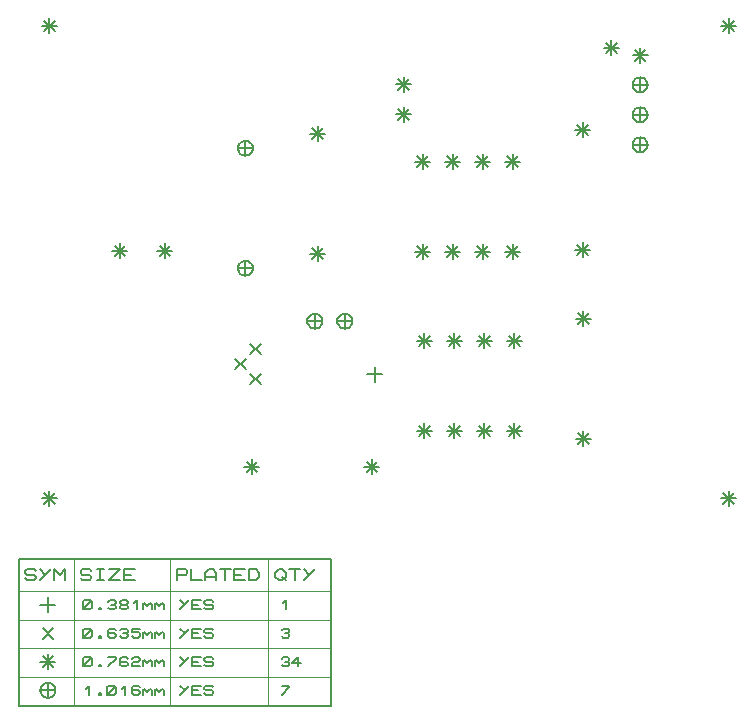
<source format=gbr>
G04 PROTEUS RS274X GERBER FILE*
%FSLAX45Y45*%
%MOMM*%
G01*
%ADD18C,0.203200*%
%ADD19C,0.127000*%
%ADD70C,0.063500*%
D18*
X-3746500Y-635000D02*
X-3746500Y-762000D01*
X-3810000Y-698500D02*
X-3683000Y-698500D01*
X-3341000Y+400500D02*
X-3341000Y+273500D01*
X-3404500Y+337000D02*
X-3277500Y+337000D01*
X-3385901Y+381901D02*
X-3296099Y+292099D01*
X-3385901Y+292099D02*
X-3296099Y+381901D01*
X-3087000Y+400500D02*
X-3087000Y+273500D01*
X-3150500Y+337000D02*
X-3023500Y+337000D01*
X-3131901Y+381901D02*
X-3042099Y+292099D01*
X-3131901Y+292099D02*
X-3042099Y+381901D01*
X-2833000Y+400500D02*
X-2833000Y+273500D01*
X-2896500Y+337000D02*
X-2769500Y+337000D01*
X-2877901Y+381901D02*
X-2788099Y+292099D01*
X-2877901Y+292099D02*
X-2788099Y+381901D01*
X-2579000Y+400500D02*
X-2579000Y+273500D01*
X-2642500Y+337000D02*
X-2515500Y+337000D01*
X-2623901Y+381901D02*
X-2534099Y+292099D01*
X-2623901Y+292099D02*
X-2534099Y+381901D01*
X-2579000Y+1162500D02*
X-2579000Y+1035500D01*
X-2642500Y+1099000D02*
X-2515500Y+1099000D01*
X-2623901Y+1143901D02*
X-2534099Y+1054099D01*
X-2623901Y+1054099D02*
X-2534099Y+1143901D01*
X-2833000Y+1162500D02*
X-2833000Y+1035500D01*
X-2896500Y+1099000D02*
X-2769500Y+1099000D01*
X-2877901Y+1143901D02*
X-2788099Y+1054099D01*
X-2877901Y+1054099D02*
X-2788099Y+1143901D01*
X-3087000Y+1162500D02*
X-3087000Y+1035500D01*
X-3150500Y+1099000D02*
X-3023500Y+1099000D01*
X-3131901Y+1143901D02*
X-3042099Y+1054099D01*
X-3131901Y+1054099D02*
X-3042099Y+1143901D01*
X-3341000Y+1162500D02*
X-3341000Y+1035500D01*
X-3404500Y+1099000D02*
X-3277500Y+1099000D01*
X-3385901Y+1143901D02*
X-3296099Y+1054099D01*
X-3385901Y+1054099D02*
X-3296099Y+1143901D01*
X-3325000Y-1115500D02*
X-3325000Y-1242500D01*
X-3388500Y-1179000D02*
X-3261500Y-1179000D01*
X-3369901Y-1134099D02*
X-3280099Y-1223901D01*
X-3369901Y-1223901D02*
X-3280099Y-1134099D01*
X-3071000Y-1115500D02*
X-3071000Y-1242500D01*
X-3134500Y-1179000D02*
X-3007500Y-1179000D01*
X-3115901Y-1134099D02*
X-3026099Y-1223901D01*
X-3115901Y-1223901D02*
X-3026099Y-1134099D01*
X-2817000Y-1115500D02*
X-2817000Y-1242500D01*
X-2880500Y-1179000D02*
X-2753500Y-1179000D01*
X-2861901Y-1134099D02*
X-2772099Y-1223901D01*
X-2861901Y-1223901D02*
X-2772099Y-1134099D01*
X-2563000Y-1115500D02*
X-2563000Y-1242500D01*
X-2626500Y-1179000D02*
X-2499500Y-1179000D01*
X-2607901Y-1134099D02*
X-2518099Y-1223901D01*
X-2607901Y-1223901D02*
X-2518099Y-1134099D01*
X-2563000Y-353500D02*
X-2563000Y-480500D01*
X-2626500Y-417000D02*
X-2499500Y-417000D01*
X-2607901Y-372099D02*
X-2518099Y-461901D01*
X-2607901Y-461901D02*
X-2518099Y-372099D01*
X-2817000Y-353500D02*
X-2817000Y-480500D01*
X-2880500Y-417000D02*
X-2753500Y-417000D01*
X-2861901Y-372099D02*
X-2772099Y-461901D01*
X-2861901Y-461901D02*
X-2772099Y-372099D01*
X-3071000Y-353500D02*
X-3071000Y-480500D01*
X-3134500Y-417000D02*
X-3007500Y-417000D01*
X-3115901Y-372099D02*
X-3026099Y-461901D01*
X-3115901Y-461901D02*
X-3026099Y-372099D01*
X-3325000Y-353500D02*
X-3325000Y-480500D01*
X-3388500Y-417000D02*
X-3261500Y-417000D01*
X-3369901Y-372099D02*
X-3280099Y-461901D01*
X-3369901Y-461901D02*
X-3280099Y-372099D01*
X-3500000Y+1563500D02*
X-3500000Y+1436500D01*
X-3563500Y+1500000D02*
X-3436500Y+1500000D01*
X-3544901Y+1544901D02*
X-3455099Y+1455099D01*
X-3544901Y+1455099D02*
X-3455099Y+1544901D01*
X-3500000Y+1817500D02*
X-3500000Y+1690500D01*
X-3563500Y+1754000D02*
X-3436500Y+1754000D01*
X-3544901Y+1798901D02*
X-3455099Y+1709099D01*
X-3544901Y+1709099D02*
X-3455099Y+1798901D01*
X-4230000Y+1401500D02*
X-4230000Y+1274500D01*
X-4293500Y+1338000D02*
X-4166500Y+1338000D01*
X-4274901Y+1382901D02*
X-4185099Y+1293099D01*
X-4274901Y+1293099D02*
X-4185099Y+1382901D01*
X-4230000Y+385500D02*
X-4230000Y+258500D01*
X-4293500Y+322000D02*
X-4166500Y+322000D01*
X-4274901Y+366901D02*
X-4185099Y+277099D01*
X-4274901Y+277099D02*
X-4185099Y+366901D01*
X-1981000Y-166500D02*
X-1981000Y-293500D01*
X-2044500Y-230000D02*
X-1917500Y-230000D01*
X-2025901Y-185099D02*
X-1936099Y-274901D01*
X-2025901Y-274901D02*
X-1936099Y-185099D01*
X-1981000Y-1182500D02*
X-1981000Y-1309500D01*
X-2044500Y-1246000D02*
X-1917500Y-1246000D01*
X-2025901Y-1201099D02*
X-1936099Y-1290901D01*
X-2025901Y-1290901D02*
X-1936099Y-1201099D01*
X-5523000Y+408500D02*
X-5523000Y+281500D01*
X-5586500Y+345000D02*
X-5459500Y+345000D01*
X-5567901Y+389901D02*
X-5478099Y+300099D01*
X-5567901Y+300099D02*
X-5478099Y+389901D01*
X-5904000Y+408500D02*
X-5904000Y+281500D01*
X-5967500Y+345000D02*
X-5840500Y+345000D01*
X-5948901Y+389901D02*
X-5859099Y+300099D01*
X-5948901Y+300099D02*
X-5859099Y+389901D01*
X-4777500Y+1215000D02*
X-4777717Y+1220247D01*
X-4779482Y+1230742D01*
X-4783174Y+1241237D01*
X-4789202Y+1251732D01*
X-4798424Y+1262112D01*
X-4808919Y+1269800D01*
X-4819414Y+1274718D01*
X-4829909Y+1277524D01*
X-4840404Y+1278497D01*
X-4841000Y+1278500D01*
X-4904500Y+1215000D02*
X-4904283Y+1220247D01*
X-4902518Y+1230742D01*
X-4898826Y+1241237D01*
X-4892798Y+1251732D01*
X-4883576Y+1262112D01*
X-4873081Y+1269800D01*
X-4862586Y+1274718D01*
X-4852091Y+1277524D01*
X-4841596Y+1278497D01*
X-4841000Y+1278500D01*
X-4904500Y+1215000D02*
X-4904283Y+1209753D01*
X-4902518Y+1199258D01*
X-4898826Y+1188763D01*
X-4892798Y+1178268D01*
X-4883576Y+1167888D01*
X-4873081Y+1160200D01*
X-4862586Y+1155282D01*
X-4852091Y+1152476D01*
X-4841596Y+1151503D01*
X-4841000Y+1151500D01*
X-4777500Y+1215000D02*
X-4777717Y+1209753D01*
X-4779482Y+1199258D01*
X-4783174Y+1188763D01*
X-4789202Y+1178268D01*
X-4798424Y+1167888D01*
X-4808919Y+1160200D01*
X-4819414Y+1155282D01*
X-4829909Y+1152476D01*
X-4840404Y+1151503D01*
X-4841000Y+1151500D01*
X-4841000Y+1278500D02*
X-4841000Y+1151500D01*
X-4904500Y+1215000D02*
X-4777500Y+1215000D01*
X-4777500Y+199000D02*
X-4777717Y+204247D01*
X-4779482Y+214742D01*
X-4783174Y+225237D01*
X-4789202Y+235732D01*
X-4798424Y+246112D01*
X-4808919Y+253800D01*
X-4819414Y+258718D01*
X-4829909Y+261524D01*
X-4840404Y+262497D01*
X-4841000Y+262500D01*
X-4904500Y+199000D02*
X-4904283Y+204247D01*
X-4902518Y+214742D01*
X-4898826Y+225237D01*
X-4892798Y+235732D01*
X-4883576Y+246112D01*
X-4873081Y+253800D01*
X-4862586Y+258718D01*
X-4852091Y+261524D01*
X-4841596Y+262497D01*
X-4841000Y+262500D01*
X-4904500Y+199000D02*
X-4904283Y+193753D01*
X-4902518Y+183258D01*
X-4898826Y+172763D01*
X-4892798Y+162268D01*
X-4883576Y+151888D01*
X-4873081Y+144200D01*
X-4862586Y+139282D01*
X-4852091Y+136476D01*
X-4841596Y+135503D01*
X-4841000Y+135500D01*
X-4777500Y+199000D02*
X-4777717Y+193753D01*
X-4779482Y+183258D01*
X-4783174Y+172763D01*
X-4789202Y+162268D01*
X-4798424Y+151888D01*
X-4808919Y+144200D01*
X-4819414Y+139282D01*
X-4829909Y+136476D01*
X-4840404Y+135503D01*
X-4841000Y+135500D01*
X-4841000Y+262500D02*
X-4841000Y+135500D01*
X-4904500Y+199000D02*
X-4777500Y+199000D01*
X-3770000Y-1421500D02*
X-3770000Y-1548500D01*
X-3833500Y-1485000D02*
X-3706500Y-1485000D01*
X-3814901Y-1440099D02*
X-3725099Y-1529901D01*
X-3814901Y-1529901D02*
X-3725099Y-1440099D01*
X-4786000Y-1421500D02*
X-4786000Y-1548500D01*
X-4849500Y-1485000D02*
X-4722500Y-1485000D01*
X-4830901Y-1440099D02*
X-4741099Y-1529901D01*
X-4830901Y-1529901D02*
X-4741099Y-1440099D01*
X-4802901Y-440099D02*
X-4713099Y-529901D01*
X-4802901Y-529901D02*
X-4713099Y-440099D01*
X-4929901Y-567099D02*
X-4840099Y-656901D01*
X-4929901Y-656901D02*
X-4840099Y-567099D01*
X-4802901Y-694099D02*
X-4713099Y-783901D01*
X-4802901Y-783901D02*
X-4713099Y-694099D01*
X-1985000Y+416500D02*
X-1985000Y+289500D01*
X-2048500Y+353000D02*
X-1921500Y+353000D01*
X-2029901Y+397901D02*
X-1940099Y+308099D01*
X-2029901Y+308099D02*
X-1940099Y+397901D01*
X-1985000Y+1432500D02*
X-1985000Y+1305500D01*
X-2048500Y+1369000D02*
X-1921500Y+1369000D01*
X-2029901Y+1413901D02*
X-1940099Y+1324099D01*
X-2029901Y+1324099D02*
X-1940099Y+1413901D01*
X-1436500Y+1750000D02*
X-1436717Y+1755247D01*
X-1438482Y+1765742D01*
X-1442174Y+1776237D01*
X-1448202Y+1786732D01*
X-1457424Y+1797112D01*
X-1467919Y+1804800D01*
X-1478414Y+1809718D01*
X-1488909Y+1812524D01*
X-1499404Y+1813497D01*
X-1500000Y+1813500D01*
X-1563500Y+1750000D02*
X-1563283Y+1755247D01*
X-1561518Y+1765742D01*
X-1557826Y+1776237D01*
X-1551798Y+1786732D01*
X-1542576Y+1797112D01*
X-1532081Y+1804800D01*
X-1521586Y+1809718D01*
X-1511091Y+1812524D01*
X-1500596Y+1813497D01*
X-1500000Y+1813500D01*
X-1563500Y+1750000D02*
X-1563283Y+1744753D01*
X-1561518Y+1734258D01*
X-1557826Y+1723763D01*
X-1551798Y+1713268D01*
X-1542576Y+1702888D01*
X-1532081Y+1695200D01*
X-1521586Y+1690282D01*
X-1511091Y+1687476D01*
X-1500596Y+1686503D01*
X-1500000Y+1686500D01*
X-1436500Y+1750000D02*
X-1436717Y+1744753D01*
X-1438482Y+1734258D01*
X-1442174Y+1723763D01*
X-1448202Y+1713268D01*
X-1457424Y+1702888D01*
X-1467919Y+1695200D01*
X-1478414Y+1690282D01*
X-1488909Y+1687476D01*
X-1499404Y+1686503D01*
X-1500000Y+1686500D01*
X-1500000Y+1813500D02*
X-1500000Y+1686500D01*
X-1563500Y+1750000D02*
X-1436500Y+1750000D01*
X-1436500Y+1496000D02*
X-1436717Y+1501247D01*
X-1438482Y+1511742D01*
X-1442174Y+1522237D01*
X-1448202Y+1532732D01*
X-1457424Y+1543112D01*
X-1467919Y+1550800D01*
X-1478414Y+1555718D01*
X-1488909Y+1558524D01*
X-1499404Y+1559497D01*
X-1500000Y+1559500D01*
X-1563500Y+1496000D02*
X-1563283Y+1501247D01*
X-1561518Y+1511742D01*
X-1557826Y+1522237D01*
X-1551798Y+1532732D01*
X-1542576Y+1543112D01*
X-1532081Y+1550800D01*
X-1521586Y+1555718D01*
X-1511091Y+1558524D01*
X-1500596Y+1559497D01*
X-1500000Y+1559500D01*
X-1563500Y+1496000D02*
X-1563283Y+1490753D01*
X-1561518Y+1480258D01*
X-1557826Y+1469763D01*
X-1551798Y+1459268D01*
X-1542576Y+1448888D01*
X-1532081Y+1441200D01*
X-1521586Y+1436282D01*
X-1511091Y+1433476D01*
X-1500596Y+1432503D01*
X-1500000Y+1432500D01*
X-1436500Y+1496000D02*
X-1436717Y+1490753D01*
X-1438482Y+1480258D01*
X-1442174Y+1469763D01*
X-1448202Y+1459268D01*
X-1457424Y+1448888D01*
X-1467919Y+1441200D01*
X-1478414Y+1436282D01*
X-1488909Y+1433476D01*
X-1499404Y+1432503D01*
X-1500000Y+1432500D01*
X-1500000Y+1559500D02*
X-1500000Y+1432500D01*
X-1563500Y+1496000D02*
X-1436500Y+1496000D01*
X-1436500Y+1242000D02*
X-1436717Y+1247247D01*
X-1438482Y+1257742D01*
X-1442174Y+1268237D01*
X-1448202Y+1278732D01*
X-1457424Y+1289112D01*
X-1467919Y+1296800D01*
X-1478414Y+1301718D01*
X-1488909Y+1304524D01*
X-1499404Y+1305497D01*
X-1500000Y+1305500D01*
X-1563500Y+1242000D02*
X-1563283Y+1247247D01*
X-1561518Y+1257742D01*
X-1557826Y+1268237D01*
X-1551798Y+1278732D01*
X-1542576Y+1289112D01*
X-1532081Y+1296800D01*
X-1521586Y+1301718D01*
X-1511091Y+1304524D01*
X-1500596Y+1305497D01*
X-1500000Y+1305500D01*
X-1563500Y+1242000D02*
X-1563283Y+1236753D01*
X-1561518Y+1226258D01*
X-1557826Y+1215763D01*
X-1551798Y+1205268D01*
X-1542576Y+1194888D01*
X-1532081Y+1187200D01*
X-1521586Y+1182282D01*
X-1511091Y+1179476D01*
X-1500596Y+1178503D01*
X-1500000Y+1178500D01*
X-1436500Y+1242000D02*
X-1436717Y+1236753D01*
X-1438482Y+1226258D01*
X-1442174Y+1215763D01*
X-1448202Y+1205268D01*
X-1457424Y+1194888D01*
X-1467919Y+1187200D01*
X-1478414Y+1182282D01*
X-1488909Y+1179476D01*
X-1499404Y+1178503D01*
X-1500000Y+1178500D01*
X-1500000Y+1305500D02*
X-1500000Y+1178500D01*
X-1563500Y+1242000D02*
X-1436500Y+1242000D01*
X-750000Y+2313500D02*
X-750000Y+2186500D01*
X-813500Y+2250000D02*
X-686500Y+2250000D01*
X-794901Y+2294901D02*
X-705099Y+2205099D01*
X-794901Y+2205099D02*
X-705099Y+2294901D01*
X-750000Y-1686500D02*
X-750000Y-1813500D01*
X-813500Y-1750000D02*
X-686500Y-1750000D01*
X-794901Y-1705099D02*
X-705099Y-1794901D01*
X-794901Y-1794901D02*
X-705099Y-1705099D01*
X-6500000Y-1686500D02*
X-6500000Y-1813500D01*
X-6563500Y-1750000D02*
X-6436500Y-1750000D01*
X-6544901Y-1705099D02*
X-6455099Y-1794901D01*
X-6544901Y-1794901D02*
X-6455099Y-1705099D01*
X-6500000Y+2313500D02*
X-6500000Y+2186500D01*
X-6563500Y+2250000D02*
X-6436500Y+2250000D01*
X-6544901Y+2294901D02*
X-6455099Y+2205099D01*
X-6544901Y+2205099D02*
X-6455099Y+2294901D01*
X-1500000Y+2063500D02*
X-1500000Y+1936500D01*
X-1563500Y+2000000D02*
X-1436500Y+2000000D01*
X-1544901Y+2044901D02*
X-1455099Y+1955099D01*
X-1544901Y+1955099D02*
X-1455099Y+2044901D01*
X-1743185Y+2127080D02*
X-1743185Y+2000080D01*
X-1806685Y+2063580D02*
X-1679685Y+2063580D01*
X-1788086Y+2108481D02*
X-1698284Y+2018679D01*
X-1788086Y+2018679D02*
X-1698284Y+2108481D01*
X-3936500Y-250000D02*
X-3936717Y-244753D01*
X-3938482Y-234258D01*
X-3942174Y-223763D01*
X-3948202Y-213268D01*
X-3957424Y-202888D01*
X-3967919Y-195200D01*
X-3978414Y-190282D01*
X-3988909Y-187476D01*
X-3999404Y-186503D01*
X-4000000Y-186500D01*
X-4063500Y-250000D02*
X-4063283Y-244753D01*
X-4061518Y-234258D01*
X-4057826Y-223763D01*
X-4051798Y-213268D01*
X-4042576Y-202888D01*
X-4032081Y-195200D01*
X-4021586Y-190282D01*
X-4011091Y-187476D01*
X-4000596Y-186503D01*
X-4000000Y-186500D01*
X-4063500Y-250000D02*
X-4063283Y-255247D01*
X-4061518Y-265742D01*
X-4057826Y-276237D01*
X-4051798Y-286732D01*
X-4042576Y-297112D01*
X-4032081Y-304800D01*
X-4021586Y-309718D01*
X-4011091Y-312524D01*
X-4000596Y-313497D01*
X-4000000Y-313500D01*
X-3936500Y-250000D02*
X-3936717Y-255247D01*
X-3938482Y-265742D01*
X-3942174Y-276237D01*
X-3948202Y-286732D01*
X-3957424Y-297112D01*
X-3967919Y-304800D01*
X-3978414Y-309718D01*
X-3988909Y-312524D01*
X-3999404Y-313497D01*
X-4000000Y-313500D01*
X-4000000Y-186500D02*
X-4000000Y-313500D01*
X-4063500Y-250000D02*
X-3936500Y-250000D01*
X-4190500Y-250000D02*
X-4190717Y-244753D01*
X-4192482Y-234258D01*
X-4196174Y-223763D01*
X-4202202Y-213268D01*
X-4211424Y-202888D01*
X-4221919Y-195200D01*
X-4232414Y-190282D01*
X-4242909Y-187476D01*
X-4253404Y-186503D01*
X-4254000Y-186500D01*
X-4317500Y-250000D02*
X-4317283Y-244753D01*
X-4315518Y-234258D01*
X-4311826Y-223763D01*
X-4305798Y-213268D01*
X-4296576Y-202888D01*
X-4286081Y-195200D01*
X-4275586Y-190282D01*
X-4265091Y-187476D01*
X-4254596Y-186503D01*
X-4254000Y-186500D01*
X-4317500Y-250000D02*
X-4317283Y-255247D01*
X-4315518Y-265742D01*
X-4311826Y-276237D01*
X-4305798Y-286732D01*
X-4296576Y-297112D01*
X-4286081Y-304800D01*
X-4275586Y-309718D01*
X-4265091Y-312524D01*
X-4254596Y-313497D01*
X-4254000Y-313500D01*
X-4190500Y-250000D02*
X-4190717Y-255247D01*
X-4192482Y-265742D01*
X-4196174Y-276237D01*
X-4202202Y-286732D01*
X-4211424Y-297112D01*
X-4221919Y-304800D01*
X-4232414Y-309718D01*
X-4242909Y-312524D01*
X-4253404Y-313497D01*
X-4254000Y-313500D01*
X-4254000Y-186500D02*
X-4254000Y-313500D01*
X-4317500Y-250000D02*
X-4190500Y-250000D01*
D19*
X-6760160Y-3508760D02*
X-4116020Y-3508760D01*
X-4116020Y-2264160D01*
X-6760160Y-2264160D01*
X-6760160Y-3508760D01*
D70*
X-6292798Y-2264160D02*
X-6292798Y-3508760D01*
X-5479998Y-2264160D02*
X-5479998Y-3508760D01*
X-4646878Y-2264160D02*
X-4646878Y-3508760D01*
X-6760160Y-2537210D02*
X-4116020Y-2537210D01*
X-6760160Y-2778510D02*
X-4116020Y-2778510D01*
X-6760160Y-3019810D02*
X-4116020Y-3019810D01*
X-6760160Y-3261110D02*
X-4116020Y-3261110D01*
D19*
X-6703010Y-2427990D02*
X-6687770Y-2443230D01*
X-6626810Y-2443230D01*
X-6611570Y-2427990D01*
X-6611570Y-2412750D01*
X-6626810Y-2397510D01*
X-6687770Y-2397510D01*
X-6703010Y-2382270D01*
X-6703010Y-2367030D01*
X-6687770Y-2351790D01*
X-6626810Y-2351790D01*
X-6611570Y-2367030D01*
X-6489650Y-2351790D02*
X-6581090Y-2443230D01*
X-6581090Y-2351790D02*
X-6535370Y-2397510D01*
X-6459170Y-2443230D02*
X-6459170Y-2351790D01*
X-6413450Y-2397510D01*
X-6367730Y-2351790D01*
X-6367730Y-2443230D01*
X-6235650Y-2427990D02*
X-6220410Y-2443230D01*
X-6159450Y-2443230D01*
X-6144210Y-2427990D01*
X-6144210Y-2412750D01*
X-6159450Y-2397510D01*
X-6220410Y-2397510D01*
X-6235650Y-2382270D01*
X-6235650Y-2367030D01*
X-6220410Y-2351790D01*
X-6159450Y-2351790D01*
X-6144210Y-2367030D01*
X-6098490Y-2351790D02*
X-6037530Y-2351790D01*
X-6068010Y-2351790D02*
X-6068010Y-2443230D01*
X-6098490Y-2443230D02*
X-6037530Y-2443230D01*
X-5991810Y-2351790D02*
X-5900370Y-2351790D01*
X-5991810Y-2443230D01*
X-5900370Y-2443230D01*
X-5778450Y-2443230D02*
X-5869890Y-2443230D01*
X-5869890Y-2351790D01*
X-5778450Y-2351790D01*
X-5869890Y-2397510D02*
X-5808930Y-2397510D01*
X-5422850Y-2443230D02*
X-5422850Y-2351790D01*
X-5346650Y-2351790D01*
X-5331410Y-2367030D01*
X-5331410Y-2382270D01*
X-5346650Y-2397510D01*
X-5422850Y-2397510D01*
X-5300930Y-2351790D02*
X-5300930Y-2443230D01*
X-5209490Y-2443230D01*
X-5179010Y-2443230D02*
X-5179010Y-2382270D01*
X-5148530Y-2351790D01*
X-5118050Y-2351790D01*
X-5087570Y-2382270D01*
X-5087570Y-2443230D01*
X-5179010Y-2412750D02*
X-5087570Y-2412750D01*
X-5057090Y-2351790D02*
X-4965650Y-2351790D01*
X-5011370Y-2351790D02*
X-5011370Y-2443230D01*
X-4843730Y-2443230D02*
X-4935170Y-2443230D01*
X-4935170Y-2351790D01*
X-4843730Y-2351790D01*
X-4935170Y-2397510D02*
X-4874210Y-2397510D01*
X-4813250Y-2443230D02*
X-4813250Y-2351790D01*
X-4752290Y-2351790D01*
X-4721810Y-2382270D01*
X-4721810Y-2412750D01*
X-4752290Y-2443230D01*
X-4813250Y-2443230D01*
X-4589730Y-2382270D02*
X-4559250Y-2351790D01*
X-4528770Y-2351790D01*
X-4498290Y-2382270D01*
X-4498290Y-2412750D01*
X-4528770Y-2443230D01*
X-4559250Y-2443230D01*
X-4589730Y-2412750D01*
X-4589730Y-2382270D01*
X-4528770Y-2412750D02*
X-4498290Y-2443230D01*
X-4467810Y-2351790D02*
X-4376370Y-2351790D01*
X-4422090Y-2351790D02*
X-4422090Y-2443230D01*
X-4254450Y-2351790D02*
X-4345890Y-2443230D01*
X-4345890Y-2351790D02*
X-4300170Y-2397510D01*
D18*
X-6513780Y-2588010D02*
X-6513780Y-2715010D01*
X-6577280Y-2651510D02*
X-6450280Y-2651510D01*
D19*
X-6216600Y-2676910D02*
X-6216600Y-2626110D01*
X-6203900Y-2613410D01*
X-6153100Y-2613410D01*
X-6140400Y-2626110D01*
X-6140400Y-2676910D01*
X-6153100Y-2689610D01*
X-6203900Y-2689610D01*
X-6216600Y-2676910D01*
X-6216600Y-2689610D02*
X-6140400Y-2613410D01*
X-6076900Y-2676910D02*
X-6064200Y-2676910D01*
X-6064200Y-2689610D01*
X-6076900Y-2689610D01*
X-6076900Y-2676910D01*
X-6000700Y-2626110D02*
X-5988000Y-2613410D01*
X-5949900Y-2613410D01*
X-5937200Y-2626110D01*
X-5937200Y-2638810D01*
X-5949900Y-2651510D01*
X-5937200Y-2664210D01*
X-5937200Y-2676910D01*
X-5949900Y-2689610D01*
X-5988000Y-2689610D01*
X-6000700Y-2676910D01*
X-5975300Y-2651510D02*
X-5949900Y-2651510D01*
X-5886400Y-2651510D02*
X-5899100Y-2638810D01*
X-5899100Y-2626110D01*
X-5886400Y-2613410D01*
X-5848300Y-2613410D01*
X-5835600Y-2626110D01*
X-5835600Y-2638810D01*
X-5848300Y-2651510D01*
X-5886400Y-2651510D01*
X-5899100Y-2664210D01*
X-5899100Y-2676910D01*
X-5886400Y-2689610D01*
X-5848300Y-2689610D01*
X-5835600Y-2676910D01*
X-5835600Y-2664210D01*
X-5848300Y-2651510D01*
X-5784800Y-2638810D02*
X-5759400Y-2613410D01*
X-5759400Y-2689610D01*
X-5708600Y-2689610D02*
X-5708600Y-2638810D01*
X-5708600Y-2651510D02*
X-5695900Y-2638810D01*
X-5670500Y-2664210D01*
X-5645100Y-2638810D01*
X-5632400Y-2651510D01*
X-5632400Y-2689610D01*
X-5607000Y-2689610D02*
X-5607000Y-2638810D01*
X-5607000Y-2651510D02*
X-5594300Y-2638810D01*
X-5568900Y-2664210D01*
X-5543500Y-2638810D01*
X-5530800Y-2651510D01*
X-5530800Y-2689610D01*
X-5314900Y-2613410D02*
X-5391100Y-2689610D01*
X-5391100Y-2613410D02*
X-5353000Y-2651510D01*
X-5213300Y-2689610D02*
X-5289500Y-2689610D01*
X-5289500Y-2613410D01*
X-5213300Y-2613410D01*
X-5289500Y-2651510D02*
X-5238700Y-2651510D01*
X-5187900Y-2676910D02*
X-5175200Y-2689610D01*
X-5124400Y-2689610D01*
X-5111700Y-2676910D01*
X-5111700Y-2664210D01*
X-5124400Y-2651510D01*
X-5175200Y-2651510D01*
X-5187900Y-2638810D01*
X-5187900Y-2626110D01*
X-5175200Y-2613410D01*
X-5124400Y-2613410D01*
X-5111700Y-2626110D01*
X-4519880Y-2638810D02*
X-4494480Y-2613410D01*
X-4494480Y-2689610D01*
D18*
X-6558681Y-2847909D02*
X-6468879Y-2937711D01*
X-6558681Y-2937711D02*
X-6468879Y-2847909D01*
D19*
X-6216600Y-2918210D02*
X-6216600Y-2867410D01*
X-6203900Y-2854710D01*
X-6153100Y-2854710D01*
X-6140400Y-2867410D01*
X-6140400Y-2918210D01*
X-6153100Y-2930910D01*
X-6203900Y-2930910D01*
X-6216600Y-2918210D01*
X-6216600Y-2930910D02*
X-6140400Y-2854710D01*
X-6076900Y-2918210D02*
X-6064200Y-2918210D01*
X-6064200Y-2930910D01*
X-6076900Y-2930910D01*
X-6076900Y-2918210D01*
X-5937200Y-2867410D02*
X-5949900Y-2854710D01*
X-5988000Y-2854710D01*
X-6000700Y-2867410D01*
X-6000700Y-2918210D01*
X-5988000Y-2930910D01*
X-5949900Y-2930910D01*
X-5937200Y-2918210D01*
X-5937200Y-2905510D01*
X-5949900Y-2892810D01*
X-6000700Y-2892810D01*
X-5899100Y-2867410D02*
X-5886400Y-2854710D01*
X-5848300Y-2854710D01*
X-5835600Y-2867410D01*
X-5835600Y-2880110D01*
X-5848300Y-2892810D01*
X-5835600Y-2905510D01*
X-5835600Y-2918210D01*
X-5848300Y-2930910D01*
X-5886400Y-2930910D01*
X-5899100Y-2918210D01*
X-5873700Y-2892810D02*
X-5848300Y-2892810D01*
X-5734000Y-2854710D02*
X-5797500Y-2854710D01*
X-5797500Y-2880110D01*
X-5746700Y-2880110D01*
X-5734000Y-2892810D01*
X-5734000Y-2918210D01*
X-5746700Y-2930910D01*
X-5784800Y-2930910D01*
X-5797500Y-2918210D01*
X-5708600Y-2930910D02*
X-5708600Y-2880110D01*
X-5708600Y-2892810D02*
X-5695900Y-2880110D01*
X-5670500Y-2905510D01*
X-5645100Y-2880110D01*
X-5632400Y-2892810D01*
X-5632400Y-2930910D01*
X-5607000Y-2930910D02*
X-5607000Y-2880110D01*
X-5607000Y-2892810D02*
X-5594300Y-2880110D01*
X-5568900Y-2905510D01*
X-5543500Y-2880110D01*
X-5530800Y-2892810D01*
X-5530800Y-2930910D01*
X-5314900Y-2854710D02*
X-5391100Y-2930910D01*
X-5391100Y-2854710D02*
X-5353000Y-2892810D01*
X-5213300Y-2930910D02*
X-5289500Y-2930910D01*
X-5289500Y-2854710D01*
X-5213300Y-2854710D01*
X-5289500Y-2892810D02*
X-5238700Y-2892810D01*
X-5187900Y-2918210D02*
X-5175200Y-2930910D01*
X-5124400Y-2930910D01*
X-5111700Y-2918210D01*
X-5111700Y-2905510D01*
X-5124400Y-2892810D01*
X-5175200Y-2892810D01*
X-5187900Y-2880110D01*
X-5187900Y-2867410D01*
X-5175200Y-2854710D01*
X-5124400Y-2854710D01*
X-5111700Y-2867410D01*
X-4532580Y-2867410D02*
X-4519880Y-2854710D01*
X-4481780Y-2854710D01*
X-4469080Y-2867410D01*
X-4469080Y-2880110D01*
X-4481780Y-2892810D01*
X-4469080Y-2905510D01*
X-4469080Y-2918210D01*
X-4481780Y-2930910D01*
X-4519880Y-2930910D01*
X-4532580Y-2918210D01*
X-4507180Y-2892810D02*
X-4481780Y-2892810D01*
D18*
X-6513780Y-3070610D02*
X-6513780Y-3197610D01*
X-6577280Y-3134110D02*
X-6450280Y-3134110D01*
X-6558681Y-3089209D02*
X-6468879Y-3179011D01*
X-6558681Y-3179011D02*
X-6468879Y-3089209D01*
D19*
X-6216600Y-3159510D02*
X-6216600Y-3108710D01*
X-6203900Y-3096010D01*
X-6153100Y-3096010D01*
X-6140400Y-3108710D01*
X-6140400Y-3159510D01*
X-6153100Y-3172210D01*
X-6203900Y-3172210D01*
X-6216600Y-3159510D01*
X-6216600Y-3172210D02*
X-6140400Y-3096010D01*
X-6076900Y-3159510D02*
X-6064200Y-3159510D01*
X-6064200Y-3172210D01*
X-6076900Y-3172210D01*
X-6076900Y-3159510D01*
X-6000700Y-3096010D02*
X-5937200Y-3096010D01*
X-5937200Y-3108710D01*
X-6000700Y-3172210D01*
X-5835600Y-3108710D02*
X-5848300Y-3096010D01*
X-5886400Y-3096010D01*
X-5899100Y-3108710D01*
X-5899100Y-3159510D01*
X-5886400Y-3172210D01*
X-5848300Y-3172210D01*
X-5835600Y-3159510D01*
X-5835600Y-3146810D01*
X-5848300Y-3134110D01*
X-5899100Y-3134110D01*
X-5797500Y-3108710D02*
X-5784800Y-3096010D01*
X-5746700Y-3096010D01*
X-5734000Y-3108710D01*
X-5734000Y-3121410D01*
X-5746700Y-3134110D01*
X-5784800Y-3134110D01*
X-5797500Y-3146810D01*
X-5797500Y-3172210D01*
X-5734000Y-3172210D01*
X-5708600Y-3172210D02*
X-5708600Y-3121410D01*
X-5708600Y-3134110D02*
X-5695900Y-3121410D01*
X-5670500Y-3146810D01*
X-5645100Y-3121410D01*
X-5632400Y-3134110D01*
X-5632400Y-3172210D01*
X-5607000Y-3172210D02*
X-5607000Y-3121410D01*
X-5607000Y-3134110D02*
X-5594300Y-3121410D01*
X-5568900Y-3146810D01*
X-5543500Y-3121410D01*
X-5530800Y-3134110D01*
X-5530800Y-3172210D01*
X-5314900Y-3096010D02*
X-5391100Y-3172210D01*
X-5391100Y-3096010D02*
X-5353000Y-3134110D01*
X-5213300Y-3172210D02*
X-5289500Y-3172210D01*
X-5289500Y-3096010D01*
X-5213300Y-3096010D01*
X-5289500Y-3134110D02*
X-5238700Y-3134110D01*
X-5187900Y-3159510D02*
X-5175200Y-3172210D01*
X-5124400Y-3172210D01*
X-5111700Y-3159510D01*
X-5111700Y-3146810D01*
X-5124400Y-3134110D01*
X-5175200Y-3134110D01*
X-5187900Y-3121410D01*
X-5187900Y-3108710D01*
X-5175200Y-3096010D01*
X-5124400Y-3096010D01*
X-5111700Y-3108710D01*
X-4532580Y-3108710D02*
X-4519880Y-3096010D01*
X-4481780Y-3096010D01*
X-4469080Y-3108710D01*
X-4469080Y-3121410D01*
X-4481780Y-3134110D01*
X-4469080Y-3146810D01*
X-4469080Y-3159510D01*
X-4481780Y-3172210D01*
X-4519880Y-3172210D01*
X-4532580Y-3159510D01*
X-4507180Y-3134110D02*
X-4481780Y-3134110D01*
X-4367480Y-3146810D02*
X-4443680Y-3146810D01*
X-4392880Y-3096010D01*
X-4392880Y-3172210D01*
D18*
X-6450280Y-3375410D02*
X-6450497Y-3370163D01*
X-6452262Y-3359668D01*
X-6455954Y-3349173D01*
X-6461982Y-3338678D01*
X-6471204Y-3328298D01*
X-6481699Y-3320610D01*
X-6492194Y-3315692D01*
X-6502689Y-3312886D01*
X-6513184Y-3311913D01*
X-6513780Y-3311910D01*
X-6577280Y-3375410D02*
X-6577063Y-3370163D01*
X-6575298Y-3359668D01*
X-6571606Y-3349173D01*
X-6565578Y-3338678D01*
X-6556356Y-3328298D01*
X-6545861Y-3320610D01*
X-6535366Y-3315692D01*
X-6524871Y-3312886D01*
X-6514376Y-3311913D01*
X-6513780Y-3311910D01*
X-6577280Y-3375410D02*
X-6577063Y-3380657D01*
X-6575298Y-3391152D01*
X-6571606Y-3401647D01*
X-6565578Y-3412142D01*
X-6556356Y-3422522D01*
X-6545861Y-3430210D01*
X-6535366Y-3435128D01*
X-6524871Y-3437934D01*
X-6514376Y-3438907D01*
X-6513780Y-3438910D01*
X-6450280Y-3375410D02*
X-6450497Y-3380657D01*
X-6452262Y-3391152D01*
X-6455954Y-3401647D01*
X-6461982Y-3412142D01*
X-6471204Y-3422522D01*
X-6481699Y-3430210D01*
X-6492194Y-3435128D01*
X-6502689Y-3437934D01*
X-6513184Y-3438907D01*
X-6513780Y-3438910D01*
X-6513780Y-3311910D02*
X-6513780Y-3438910D01*
X-6577280Y-3375410D02*
X-6450280Y-3375410D01*
D19*
X-6191200Y-3362710D02*
X-6165800Y-3337310D01*
X-6165800Y-3413510D01*
X-6076900Y-3400810D02*
X-6064200Y-3400810D01*
X-6064200Y-3413510D01*
X-6076900Y-3413510D01*
X-6076900Y-3400810D01*
X-6013400Y-3400810D02*
X-6013400Y-3350010D01*
X-6000700Y-3337310D01*
X-5949900Y-3337310D01*
X-5937200Y-3350010D01*
X-5937200Y-3400810D01*
X-5949900Y-3413510D01*
X-6000700Y-3413510D01*
X-6013400Y-3400810D01*
X-6013400Y-3413510D02*
X-5937200Y-3337310D01*
X-5886400Y-3362710D02*
X-5861000Y-3337310D01*
X-5861000Y-3413510D01*
X-5734000Y-3350010D02*
X-5746700Y-3337310D01*
X-5784800Y-3337310D01*
X-5797500Y-3350010D01*
X-5797500Y-3400810D01*
X-5784800Y-3413510D01*
X-5746700Y-3413510D01*
X-5734000Y-3400810D01*
X-5734000Y-3388110D01*
X-5746700Y-3375410D01*
X-5797500Y-3375410D01*
X-5708600Y-3413510D02*
X-5708600Y-3362710D01*
X-5708600Y-3375410D02*
X-5695900Y-3362710D01*
X-5670500Y-3388110D01*
X-5645100Y-3362710D01*
X-5632400Y-3375410D01*
X-5632400Y-3413510D01*
X-5607000Y-3413510D02*
X-5607000Y-3362710D01*
X-5607000Y-3375410D02*
X-5594300Y-3362710D01*
X-5568900Y-3388110D01*
X-5543500Y-3362710D01*
X-5530800Y-3375410D01*
X-5530800Y-3413510D01*
X-5314900Y-3337310D02*
X-5391100Y-3413510D01*
X-5391100Y-3337310D02*
X-5353000Y-3375410D01*
X-5213300Y-3413510D02*
X-5289500Y-3413510D01*
X-5289500Y-3337310D01*
X-5213300Y-3337310D01*
X-5289500Y-3375410D02*
X-5238700Y-3375410D01*
X-5187900Y-3400810D02*
X-5175200Y-3413510D01*
X-5124400Y-3413510D01*
X-5111700Y-3400810D01*
X-5111700Y-3388110D01*
X-5124400Y-3375410D01*
X-5175200Y-3375410D01*
X-5187900Y-3362710D01*
X-5187900Y-3350010D01*
X-5175200Y-3337310D01*
X-5124400Y-3337310D01*
X-5111700Y-3350010D01*
X-4532580Y-3337310D02*
X-4469080Y-3337310D01*
X-4469080Y-3350010D01*
X-4532580Y-3413510D01*
M02*

</source>
